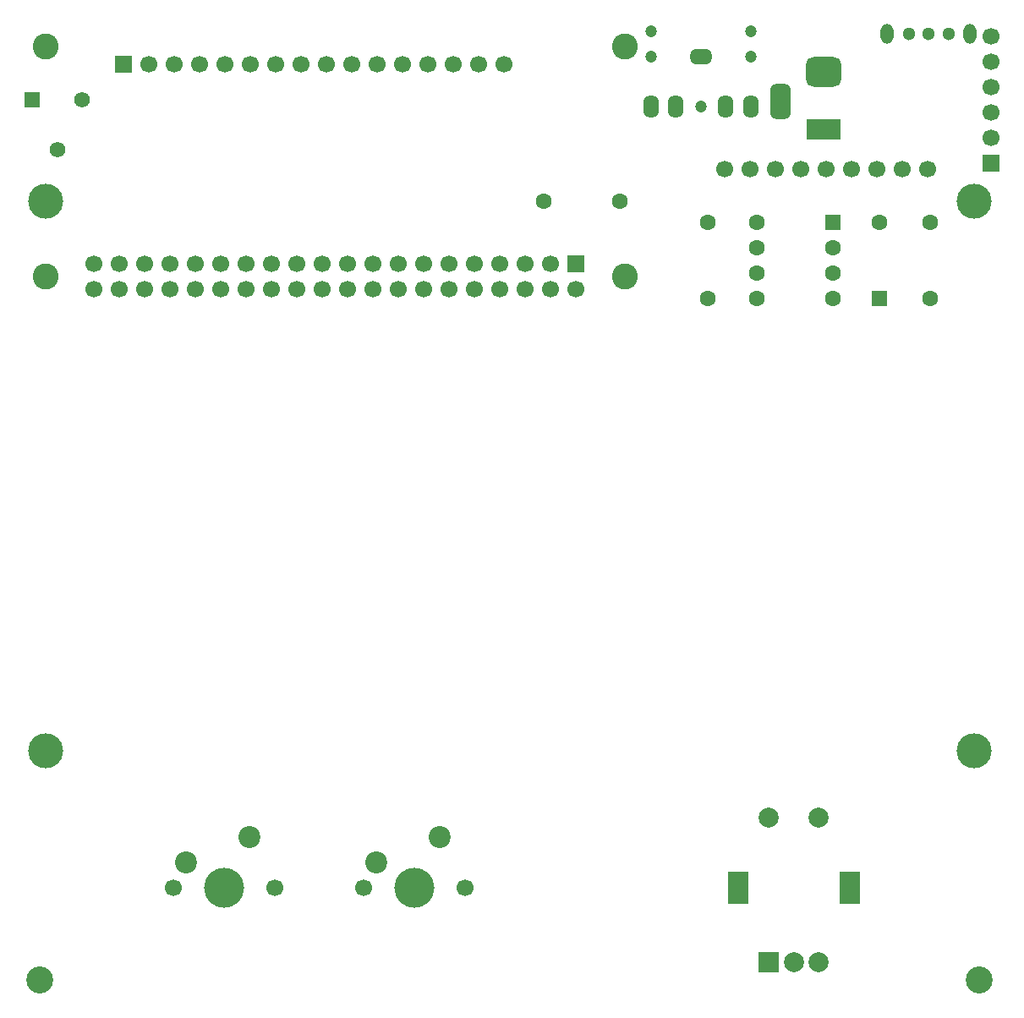
<source format=gbr>
%TF.GenerationSoftware,KiCad,Pcbnew,9.0.6*%
%TF.CreationDate,2026-02-16T23:23:36-05:00*%
%TF.ProjectId,MT32-pi-mainboard,4d543332-2d70-4692-9d6d-61696e626f61,rev?*%
%TF.SameCoordinates,Original*%
%TF.FileFunction,Soldermask,Bot*%
%TF.FilePolarity,Negative*%
%FSLAX46Y46*%
G04 Gerber Fmt 4.6, Leading zero omitted, Abs format (unit mm)*
G04 Created by KiCad (PCBNEW 9.0.6) date 2026-02-16 23:23:36*
%MOMM*%
%LPD*%
G01*
G04 APERTURE LIST*
G04 Aperture macros list*
%AMRoundRect*
0 Rectangle with rounded corners*
0 $1 Rounding radius*
0 $2 $3 $4 $5 $6 $7 $8 $9 X,Y pos of 4 corners*
0 Add a 4 corners polygon primitive as box body*
4,1,4,$2,$3,$4,$5,$6,$7,$8,$9,$2,$3,0*
0 Add four circle primitives for the rounded corners*
1,1,$1+$1,$2,$3*
1,1,$1+$1,$4,$5*
1,1,$1+$1,$6,$7*
1,1,$1+$1,$8,$9*
0 Add four rect primitives between the rounded corners*
20,1,$1+$1,$2,$3,$4,$5,0*
20,1,$1+$1,$4,$5,$6,$7,0*
20,1,$1+$1,$6,$7,$8,$9,0*
20,1,$1+$1,$8,$9,$2,$3,0*%
G04 Aperture macros list end*
%ADD10R,2.000000X3.200000*%
%ADD11R,2.000000X2.000000*%
%ADD12C,2.000000*%
%ADD13C,3.500000*%
%ADD14R,1.700000X1.700000*%
%ADD15C,1.700000*%
%ADD16R,3.500000X2.000000*%
%ADD17RoundRect,0.750000X-1.000000X0.750000X-1.000000X-0.750000X1.000000X-0.750000X1.000000X0.750000X0*%
%ADD18RoundRect,0.500000X-0.500000X1.250000X-0.500000X-1.250000X0.500000X-1.250000X0.500000X1.250000X0*%
%ADD19C,4.000000*%
%ADD20C,2.200000*%
%ADD21R,1.560000X1.560000*%
%ADD22C,1.560000*%
%ADD23C,2.700000*%
%ADD24C,1.200000*%
%ADD25O,1.600000X2.300000*%
%ADD26O,2.300000X1.600000*%
%ADD27O,1.300000X2.000000*%
%ADD28C,1.300000*%
%ADD29C,2.600000*%
%ADD30C,1.600000*%
%ADD31RoundRect,0.250000X0.550000X0.550000X-0.550000X0.550000X-0.550000X-0.550000X0.550000X-0.550000X0*%
%ADD32RoundRect,0.250000X0.550000X-0.550000X0.550000X0.550000X-0.550000X0.550000X-0.550000X-0.550000X0*%
G04 APERTURE END LIST*
D10*
%TO.C,SW1*%
X123860000Y-139070000D03*
X135060000Y-139070000D03*
D11*
X126960000Y-146570000D03*
D12*
X131960000Y-146570000D03*
X129460000Y-146570000D03*
X131960000Y-132070000D03*
X126960000Y-132070000D03*
%TD*%
D13*
%TO.C,LCD1*%
X54520000Y-125360000D03*
X147520000Y-125360000D03*
X54520000Y-70360000D03*
X147520000Y-70360000D03*
%TD*%
D14*
%TO.C,J1*%
X62320000Y-56620000D03*
D15*
X64860000Y-56620000D03*
X67400000Y-56620000D03*
X69940000Y-56620000D03*
X72480000Y-56620000D03*
X75020000Y-56620000D03*
X77560000Y-56620000D03*
X80100000Y-56620000D03*
X82640000Y-56620000D03*
X85180000Y-56620000D03*
X87720000Y-56620000D03*
X90260000Y-56620000D03*
X92800000Y-56620000D03*
X95340000Y-56620000D03*
X97880000Y-56620000D03*
X100420000Y-56620000D03*
%TD*%
D16*
%TO.C,J4*%
X132463333Y-63170000D03*
D17*
X132463333Y-57370000D03*
D18*
X128163333Y-60370000D03*
%TD*%
D15*
%TO.C,SW2*%
X67360000Y-139070000D03*
D19*
X72440000Y-139070000D03*
D15*
X77520000Y-139070000D03*
D20*
X74980000Y-133990000D03*
X68630000Y-136530000D03*
%TD*%
D21*
%TO.C,RV1*%
X53200000Y-60160000D03*
D22*
X55700000Y-65160000D03*
X58200000Y-60160000D03*
%TD*%
D14*
%TO.C,DAC1*%
X149240000Y-66510000D03*
D15*
X149240000Y-63970000D03*
X149240000Y-61430000D03*
X149240000Y-58890000D03*
X149240000Y-56350000D03*
X149240000Y-53810000D03*
X122570000Y-67145000D03*
X125110000Y-67145000D03*
X127650000Y-67145000D03*
X130190000Y-67145000D03*
X132730000Y-67145000D03*
X135270000Y-67145000D03*
X137810000Y-67145000D03*
X140350000Y-67145000D03*
X142890000Y-67145000D03*
%TD*%
%TO.C,SW3*%
X86360000Y-139070000D03*
D19*
X91440000Y-139070000D03*
D15*
X96520000Y-139070000D03*
D20*
X93980000Y-133990000D03*
X87630000Y-136530000D03*
%TD*%
D23*
%TO.C,H2*%
X53970000Y-148370000D03*
%TD*%
D24*
%TO.C,J2*%
X125130000Y-53370000D03*
X115130000Y-53370000D03*
X125130000Y-55870000D03*
X115130000Y-55870000D03*
X120130000Y-60870000D03*
D25*
X125130000Y-60870000D03*
X122630000Y-60870000D03*
D26*
X120130000Y-55870000D03*
D25*
X115130000Y-60870000D03*
X117630000Y-60870000D03*
%TD*%
D27*
%TO.C,SW4*%
X138831667Y-53590000D03*
X147131667Y-53590000D03*
D28*
X144981667Y-53590000D03*
X142981667Y-53590000D03*
X140981667Y-53590000D03*
%TD*%
D29*
%TO.C,RP1*%
X54520000Y-77900000D03*
X112520000Y-77900000D03*
X54520000Y-54900000D03*
X112520000Y-54900000D03*
D14*
X107650000Y-76630000D03*
D15*
X107650000Y-79170000D03*
X105110000Y-76630000D03*
X105110000Y-79170000D03*
X102570000Y-76630000D03*
X102570000Y-79170000D03*
X100030000Y-76630000D03*
X100030000Y-79170000D03*
X97490000Y-76630000D03*
X97490000Y-79170000D03*
X94950000Y-76630000D03*
X94950000Y-79170000D03*
X92410000Y-76630000D03*
X92410000Y-79170000D03*
X89870000Y-76630000D03*
X89870000Y-79170000D03*
X87330000Y-76630000D03*
X87330000Y-79170000D03*
X84790000Y-76630000D03*
X84790000Y-79170000D03*
X82250000Y-76630000D03*
X82250000Y-79170000D03*
X79710000Y-76630000D03*
X79710000Y-79170000D03*
X77170000Y-76630000D03*
X77170000Y-79170000D03*
X74630000Y-76630000D03*
X74630000Y-79170000D03*
X72090000Y-76630000D03*
X72090000Y-79170000D03*
X69550000Y-76630000D03*
X69550000Y-79170000D03*
X67010000Y-76630000D03*
X67010000Y-79170000D03*
X64470000Y-76630000D03*
X64470000Y-79170000D03*
X61930000Y-76630000D03*
X61930000Y-79170000D03*
X59390000Y-76630000D03*
X59390000Y-79170000D03*
%TD*%
D23*
%TO.C,H3*%
X148040000Y-148370000D03*
%TD*%
D30*
%TO.C,R2*%
X120850000Y-72510000D03*
X120850000Y-80130000D03*
%TD*%
D31*
%TO.C,U1*%
X133385000Y-72510000D03*
D30*
X133385000Y-75050000D03*
X133385000Y-77590000D03*
X133385000Y-80130000D03*
X125765000Y-80130000D03*
X125765000Y-77590000D03*
X125765000Y-75050000D03*
X125765000Y-72510000D03*
%TD*%
D32*
%TO.C,D1*%
X138060000Y-80130000D03*
D30*
X138060000Y-72510000D03*
%TD*%
%TO.C,R1*%
X143140000Y-72510000D03*
X143140000Y-80130000D03*
%TD*%
%TO.C,R3*%
X104408125Y-70360000D03*
X112028125Y-70360000D03*
%TD*%
M02*

</source>
